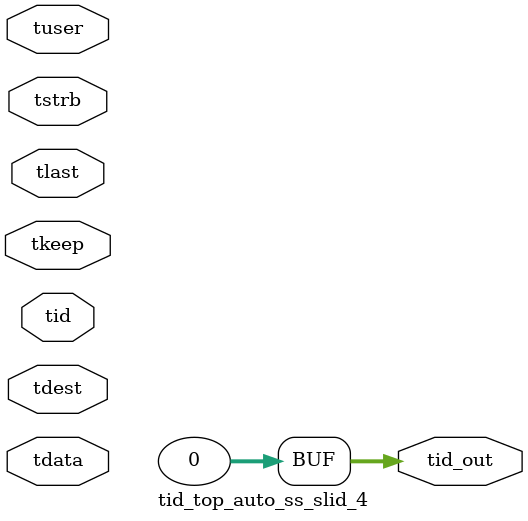
<source format=v>


`timescale 1ps/1ps

module tid_top_auto_ss_slid_4 #
(
parameter C_S_AXIS_TID_WIDTH   = 1,
parameter C_S_AXIS_TUSER_WIDTH = 0,
parameter C_S_AXIS_TDATA_WIDTH = 0,
parameter C_S_AXIS_TDEST_WIDTH = 0,
parameter C_M_AXIS_TID_WIDTH   = 32
)
(
input  [(C_S_AXIS_TID_WIDTH   == 0 ? 1 : C_S_AXIS_TID_WIDTH)-1:0       ] tid,
input  [(C_S_AXIS_TDATA_WIDTH == 0 ? 1 : C_S_AXIS_TDATA_WIDTH)-1:0     ] tdata,
input  [(C_S_AXIS_TUSER_WIDTH == 0 ? 1 : C_S_AXIS_TUSER_WIDTH)-1:0     ] tuser,
input  [(C_S_AXIS_TDEST_WIDTH == 0 ? 1 : C_S_AXIS_TDEST_WIDTH)-1:0     ] tdest,
input  [(C_S_AXIS_TDATA_WIDTH/8)-1:0 ] tkeep,
input  [(C_S_AXIS_TDATA_WIDTH/8)-1:0 ] tstrb,
input                                                                    tlast,
output [(C_M_AXIS_TID_WIDTH   == 0 ? 1 : C_M_AXIS_TID_WIDTH)-1:0       ] tid_out
);

assign tid_out = {1'b0};

endmodule


</source>
